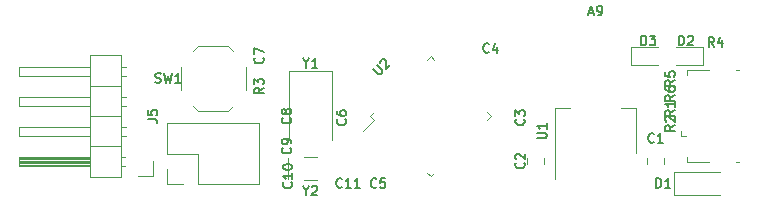
<source format=gbr>
%TF.GenerationSoftware,KiCad,Pcbnew,5.1.6+dfsg1-1*%
%TF.CreationDate,2020-06-23T10:35:08+08:00*%
%TF.ProjectId,stm32devmini,73746d33-3264-4657-966d-696e692e6b69,rev?*%
%TF.SameCoordinates,Original*%
%TF.FileFunction,Legend,Top*%
%TF.FilePolarity,Positive*%
%FSLAX46Y46*%
G04 Gerber Fmt 4.6, Leading zero omitted, Abs format (unit mm)*
G04 Created by KiCad (PCBNEW 5.1.6+dfsg1-1) date 2020-06-23 10:35:08*
%MOMM*%
%LPD*%
G01*
G04 APERTURE LIST*
%ADD10C,0.150000*%
%ADD11C,0.120000*%
G04 APERTURE END LIST*
D10*
X191198571Y-92843333D02*
X191579523Y-92843333D01*
X191122380Y-93071904D02*
X191389047Y-92271904D01*
X191655714Y-93071904D01*
X191960476Y-93071904D02*
X192112857Y-93071904D01*
X192189047Y-93033809D01*
X192227142Y-92995714D01*
X192303333Y-92881428D01*
X192341428Y-92729047D01*
X192341428Y-92424285D01*
X192303333Y-92348095D01*
X192265238Y-92310000D01*
X192189047Y-92271904D01*
X192036666Y-92271904D01*
X191960476Y-92310000D01*
X191922380Y-92348095D01*
X191884285Y-92424285D01*
X191884285Y-92614761D01*
X191922380Y-92690952D01*
X191960476Y-92729047D01*
X192036666Y-92767142D01*
X192189047Y-92767142D01*
X192265238Y-92729047D01*
X192303333Y-92690952D01*
X192341428Y-92614761D01*
D11*
%TO.C,Y2*%
X167090000Y-105095000D02*
X168190000Y-105095000D01*
X167090000Y-106995000D02*
X168190000Y-106995000D01*
X165690000Y-105145000D02*
X165690000Y-106945000D01*
%TO.C,Y1*%
X169440000Y-103665000D02*
X169440000Y-97765000D01*
X169440000Y-97765000D02*
X165840000Y-97765000D01*
X165840000Y-97765000D02*
X165840000Y-103665000D01*
%TO.C,D3*%
X197015000Y-95785000D02*
X194730000Y-95785000D01*
X194730000Y-95785000D02*
X194730000Y-97255000D01*
X194730000Y-97255000D02*
X197015000Y-97255000D01*
%TO.C,D2*%
X198590000Y-97255000D02*
X200875000Y-97255000D01*
X200875000Y-97255000D02*
X200875000Y-95785000D01*
X200875000Y-95785000D02*
X198590000Y-95785000D01*
%TO.C,SW1*%
X158135000Y-95675000D02*
X160635000Y-95675000D01*
X156635000Y-97425000D02*
X156635000Y-99425000D01*
X158135000Y-101175000D02*
X160635000Y-101175000D01*
X162135000Y-97425000D02*
X162135000Y-99425000D01*
X157685000Y-96125000D02*
X158135000Y-95675000D01*
X161085000Y-96125000D02*
X160635000Y-95675000D01*
X161085000Y-100725000D02*
X160635000Y-101175000D01*
X157685000Y-100725000D02*
X158135000Y-101175000D01*
%TO.C,U1*%
X188360000Y-106970000D02*
X188360000Y-100960000D01*
X195180000Y-104720000D02*
X195180000Y-100960000D01*
X188360000Y-100960000D02*
X189620000Y-100960000D01*
X195180000Y-100960000D02*
X193920000Y-100960000D01*
%TO.C,J5*%
X154305000Y-106680000D02*
X153035000Y-106680000D01*
X154305000Y-105410000D02*
X154305000Y-106680000D01*
X151992071Y-97410000D02*
X151595000Y-97410000D01*
X151992071Y-98170000D02*
X151595000Y-98170000D01*
X142935000Y-97410000D02*
X148935000Y-97410000D01*
X142935000Y-98170000D02*
X142935000Y-97410000D01*
X148935000Y-98170000D02*
X142935000Y-98170000D01*
X151595000Y-99060000D02*
X148935000Y-99060000D01*
X151992071Y-99950000D02*
X151595000Y-99950000D01*
X151992071Y-100710000D02*
X151595000Y-100710000D01*
X142935000Y-99950000D02*
X148935000Y-99950000D01*
X142935000Y-100710000D02*
X142935000Y-99950000D01*
X148935000Y-100710000D02*
X142935000Y-100710000D01*
X151595000Y-101600000D02*
X148935000Y-101600000D01*
X151992071Y-102490000D02*
X151595000Y-102490000D01*
X151992071Y-103250000D02*
X151595000Y-103250000D01*
X142935000Y-102490000D02*
X148935000Y-102490000D01*
X142935000Y-103250000D02*
X142935000Y-102490000D01*
X148935000Y-103250000D02*
X142935000Y-103250000D01*
X151595000Y-104140000D02*
X148935000Y-104140000D01*
X151925000Y-105030000D02*
X151595000Y-105030000D01*
X151925000Y-105790000D02*
X151595000Y-105790000D01*
X148935000Y-105130000D02*
X142935000Y-105130000D01*
X148935000Y-105250000D02*
X142935000Y-105250000D01*
X148935000Y-105370000D02*
X142935000Y-105370000D01*
X148935000Y-105490000D02*
X142935000Y-105490000D01*
X148935000Y-105610000D02*
X142935000Y-105610000D01*
X148935000Y-105730000D02*
X142935000Y-105730000D01*
X142935000Y-105030000D02*
X148935000Y-105030000D01*
X142935000Y-105790000D02*
X142935000Y-105030000D01*
X148935000Y-105790000D02*
X142935000Y-105790000D01*
X148935000Y-106740000D02*
X151595000Y-106740000D01*
X148935000Y-96460000D02*
X148935000Y-106740000D01*
X151595000Y-96460000D02*
X148935000Y-96460000D01*
X151595000Y-106740000D02*
X151595000Y-96460000D01*
%TO.C,J4*%
X155515000Y-107375000D02*
X155515000Y-106045000D01*
X156845000Y-107375000D02*
X155515000Y-107375000D01*
X155515000Y-104775000D02*
X155515000Y-102175000D01*
X158115000Y-104775000D02*
X155515000Y-104775000D01*
X158115000Y-107375000D02*
X158115000Y-104775000D01*
X155515000Y-102175000D02*
X163255000Y-102175000D01*
X158115000Y-107375000D02*
X163255000Y-107375000D01*
X163255000Y-107375000D02*
X163255000Y-102175000D01*
%TO.C,D1*%
X198410000Y-106315000D02*
X202310000Y-106315000D01*
X198410000Y-108315000D02*
X202310000Y-108315000D01*
X198410000Y-106315000D02*
X198410000Y-108315000D01*
%TO.C,C2*%
X185980000Y-105151422D02*
X185980000Y-105668578D01*
X187400000Y-105151422D02*
X187400000Y-105668578D01*
%TO.C,C1*%
X197560000Y-105668578D02*
X197560000Y-105151422D01*
X196140000Y-105668578D02*
X196140000Y-105151422D01*
%TO.C,U2*%
X173012887Y-101918198D02*
X172100719Y-102830366D01*
X172694689Y-101600000D02*
X173012887Y-101918198D01*
X173012887Y-101281802D02*
X172694689Y-101600000D01*
X177800000Y-96494689D02*
X178118198Y-96812887D01*
X177481802Y-96812887D02*
X177800000Y-96494689D01*
X177800000Y-106705311D02*
X177481802Y-106387113D01*
X178118198Y-106387113D02*
X177800000Y-106705311D01*
X182905311Y-101600000D02*
X182587113Y-101281802D01*
X182587113Y-101918198D02*
X182905311Y-101600000D01*
%TO.C,J1*%
X198982500Y-103300000D02*
X199432500Y-103300000D01*
X198982500Y-103300000D02*
X198982500Y-102850000D01*
X199532500Y-97700000D02*
X199532500Y-98150000D01*
X201382500Y-97700000D02*
X199532500Y-97700000D01*
X203932500Y-105500000D02*
X203682500Y-105500000D01*
X203932500Y-97700000D02*
X203682500Y-97700000D01*
X201382500Y-105500000D02*
X199532500Y-105500000D01*
X199532500Y-105500000D02*
X199532500Y-105050000D01*
%TO.C,C11*%
D10*
X170300714Y-107600714D02*
X170262619Y-107638809D01*
X170148333Y-107676904D01*
X170072142Y-107676904D01*
X169957857Y-107638809D01*
X169881666Y-107562619D01*
X169843571Y-107486428D01*
X169805476Y-107334047D01*
X169805476Y-107219761D01*
X169843571Y-107067380D01*
X169881666Y-106991190D01*
X169957857Y-106915000D01*
X170072142Y-106876904D01*
X170148333Y-106876904D01*
X170262619Y-106915000D01*
X170300714Y-106953095D01*
X171062619Y-107676904D02*
X170605476Y-107676904D01*
X170834047Y-107676904D02*
X170834047Y-106876904D01*
X170757857Y-106991190D01*
X170681666Y-107067380D01*
X170605476Y-107105476D01*
X171824523Y-107676904D02*
X171367380Y-107676904D01*
X171595952Y-107676904D02*
X171595952Y-106876904D01*
X171519761Y-106991190D01*
X171443571Y-107067380D01*
X171367380Y-107105476D01*
%TO.C,C10*%
X166020714Y-107194285D02*
X166058809Y-107232380D01*
X166096904Y-107346666D01*
X166096904Y-107422857D01*
X166058809Y-107537142D01*
X165982619Y-107613333D01*
X165906428Y-107651428D01*
X165754047Y-107689523D01*
X165639761Y-107689523D01*
X165487380Y-107651428D01*
X165411190Y-107613333D01*
X165335000Y-107537142D01*
X165296904Y-107422857D01*
X165296904Y-107346666D01*
X165335000Y-107232380D01*
X165373095Y-107194285D01*
X166096904Y-106432380D02*
X166096904Y-106889523D01*
X166096904Y-106660952D02*
X165296904Y-106660952D01*
X165411190Y-106737142D01*
X165487380Y-106813333D01*
X165525476Y-106889523D01*
X165296904Y-105937142D02*
X165296904Y-105860952D01*
X165335000Y-105784761D01*
X165373095Y-105746666D01*
X165449285Y-105708571D01*
X165601666Y-105670476D01*
X165792142Y-105670476D01*
X165944523Y-105708571D01*
X166020714Y-105746666D01*
X166058809Y-105784761D01*
X166096904Y-105860952D01*
X166096904Y-105937142D01*
X166058809Y-106013333D01*
X166020714Y-106051428D01*
X165944523Y-106089523D01*
X165792142Y-106127619D01*
X165601666Y-106127619D01*
X165449285Y-106089523D01*
X165373095Y-106051428D01*
X165335000Y-106013333D01*
X165296904Y-105937142D01*
%TO.C,Y2*%
X167259047Y-107930952D02*
X167259047Y-108311904D01*
X166992380Y-107511904D02*
X167259047Y-107930952D01*
X167525714Y-107511904D01*
X167754285Y-107588095D02*
X167792380Y-107550000D01*
X167868571Y-107511904D01*
X168059047Y-107511904D01*
X168135238Y-107550000D01*
X168173333Y-107588095D01*
X168211428Y-107664285D01*
X168211428Y-107740476D01*
X168173333Y-107854761D01*
X167716190Y-108311904D01*
X168211428Y-108311904D01*
%TO.C,Y1*%
X167259047Y-97135952D02*
X167259047Y-97516904D01*
X166992380Y-96716904D02*
X167259047Y-97135952D01*
X167525714Y-96716904D01*
X168211428Y-97516904D02*
X167754285Y-97516904D01*
X167982857Y-97516904D02*
X167982857Y-96716904D01*
X167906666Y-96831190D01*
X167830476Y-96907380D01*
X167754285Y-96945476D01*
%TO.C,C9*%
X165920714Y-104273333D02*
X165958809Y-104311428D01*
X165996904Y-104425714D01*
X165996904Y-104501904D01*
X165958809Y-104616190D01*
X165882619Y-104692380D01*
X165806428Y-104730476D01*
X165654047Y-104768571D01*
X165539761Y-104768571D01*
X165387380Y-104730476D01*
X165311190Y-104692380D01*
X165235000Y-104616190D01*
X165196904Y-104501904D01*
X165196904Y-104425714D01*
X165235000Y-104311428D01*
X165273095Y-104273333D01*
X165996904Y-103892380D02*
X165996904Y-103740000D01*
X165958809Y-103663809D01*
X165920714Y-103625714D01*
X165806428Y-103549523D01*
X165654047Y-103511428D01*
X165349285Y-103511428D01*
X165273095Y-103549523D01*
X165235000Y-103587619D01*
X165196904Y-103663809D01*
X165196904Y-103816190D01*
X165235000Y-103892380D01*
X165273095Y-103930476D01*
X165349285Y-103968571D01*
X165539761Y-103968571D01*
X165615952Y-103930476D01*
X165654047Y-103892380D01*
X165692142Y-103816190D01*
X165692142Y-103663809D01*
X165654047Y-103587619D01*
X165615952Y-103549523D01*
X165539761Y-103511428D01*
%TO.C,C8*%
X165920714Y-101733333D02*
X165958809Y-101771428D01*
X165996904Y-101885714D01*
X165996904Y-101961904D01*
X165958809Y-102076190D01*
X165882619Y-102152380D01*
X165806428Y-102190476D01*
X165654047Y-102228571D01*
X165539761Y-102228571D01*
X165387380Y-102190476D01*
X165311190Y-102152380D01*
X165235000Y-102076190D01*
X165196904Y-101961904D01*
X165196904Y-101885714D01*
X165235000Y-101771428D01*
X165273095Y-101733333D01*
X165539761Y-101276190D02*
X165501666Y-101352380D01*
X165463571Y-101390476D01*
X165387380Y-101428571D01*
X165349285Y-101428571D01*
X165273095Y-101390476D01*
X165235000Y-101352380D01*
X165196904Y-101276190D01*
X165196904Y-101123809D01*
X165235000Y-101047619D01*
X165273095Y-101009523D01*
X165349285Y-100971428D01*
X165387380Y-100971428D01*
X165463571Y-101009523D01*
X165501666Y-101047619D01*
X165539761Y-101123809D01*
X165539761Y-101276190D01*
X165577857Y-101352380D01*
X165615952Y-101390476D01*
X165692142Y-101428571D01*
X165844523Y-101428571D01*
X165920714Y-101390476D01*
X165958809Y-101352380D01*
X165996904Y-101276190D01*
X165996904Y-101123809D01*
X165958809Y-101047619D01*
X165920714Y-101009523D01*
X165844523Y-100971428D01*
X165692142Y-100971428D01*
X165615952Y-101009523D01*
X165577857Y-101047619D01*
X165539761Y-101123809D01*
%TO.C,R6*%
X198481904Y-99828333D02*
X198100952Y-100095000D01*
X198481904Y-100285476D02*
X197681904Y-100285476D01*
X197681904Y-99980714D01*
X197720000Y-99904523D01*
X197758095Y-99866428D01*
X197834285Y-99828333D01*
X197948571Y-99828333D01*
X198024761Y-99866428D01*
X198062857Y-99904523D01*
X198100952Y-99980714D01*
X198100952Y-100285476D01*
X197681904Y-99142619D02*
X197681904Y-99295000D01*
X197720000Y-99371190D01*
X197758095Y-99409285D01*
X197872380Y-99485476D01*
X198024761Y-99523571D01*
X198329523Y-99523571D01*
X198405714Y-99485476D01*
X198443809Y-99447380D01*
X198481904Y-99371190D01*
X198481904Y-99218809D01*
X198443809Y-99142619D01*
X198405714Y-99104523D01*
X198329523Y-99066428D01*
X198139047Y-99066428D01*
X198062857Y-99104523D01*
X198024761Y-99142619D01*
X197986666Y-99218809D01*
X197986666Y-99371190D01*
X198024761Y-99447380D01*
X198062857Y-99485476D01*
X198139047Y-99523571D01*
%TO.C,R5*%
X198481904Y-98558333D02*
X198100952Y-98825000D01*
X198481904Y-99015476D02*
X197681904Y-99015476D01*
X197681904Y-98710714D01*
X197720000Y-98634523D01*
X197758095Y-98596428D01*
X197834285Y-98558333D01*
X197948571Y-98558333D01*
X198024761Y-98596428D01*
X198062857Y-98634523D01*
X198100952Y-98710714D01*
X198100952Y-99015476D01*
X197681904Y-97834523D02*
X197681904Y-98215476D01*
X198062857Y-98253571D01*
X198024761Y-98215476D01*
X197986666Y-98139285D01*
X197986666Y-97948809D01*
X198024761Y-97872619D01*
X198062857Y-97834523D01*
X198139047Y-97796428D01*
X198329523Y-97796428D01*
X198405714Y-97834523D01*
X198443809Y-97872619D01*
X198481904Y-97948809D01*
X198481904Y-98139285D01*
X198443809Y-98215476D01*
X198405714Y-98253571D01*
%TO.C,R4*%
X201796666Y-95711904D02*
X201530000Y-95330952D01*
X201339523Y-95711904D02*
X201339523Y-94911904D01*
X201644285Y-94911904D01*
X201720476Y-94950000D01*
X201758571Y-94988095D01*
X201796666Y-95064285D01*
X201796666Y-95178571D01*
X201758571Y-95254761D01*
X201720476Y-95292857D01*
X201644285Y-95330952D01*
X201339523Y-95330952D01*
X202482380Y-95178571D02*
X202482380Y-95711904D01*
X202291904Y-94873809D02*
X202101428Y-95445238D01*
X202596666Y-95445238D01*
%TO.C,D3*%
X195624523Y-95611904D02*
X195624523Y-94811904D01*
X195815000Y-94811904D01*
X195929285Y-94850000D01*
X196005476Y-94926190D01*
X196043571Y-95002380D01*
X196081666Y-95154761D01*
X196081666Y-95269047D01*
X196043571Y-95421428D01*
X196005476Y-95497619D01*
X195929285Y-95573809D01*
X195815000Y-95611904D01*
X195624523Y-95611904D01*
X196348333Y-94811904D02*
X196843571Y-94811904D01*
X196576904Y-95116666D01*
X196691190Y-95116666D01*
X196767380Y-95154761D01*
X196805476Y-95192857D01*
X196843571Y-95269047D01*
X196843571Y-95459523D01*
X196805476Y-95535714D01*
X196767380Y-95573809D01*
X196691190Y-95611904D01*
X196462619Y-95611904D01*
X196386428Y-95573809D01*
X196348333Y-95535714D01*
%TO.C,D2*%
X198799523Y-95611904D02*
X198799523Y-94811904D01*
X198990000Y-94811904D01*
X199104285Y-94850000D01*
X199180476Y-94926190D01*
X199218571Y-95002380D01*
X199256666Y-95154761D01*
X199256666Y-95269047D01*
X199218571Y-95421428D01*
X199180476Y-95497619D01*
X199104285Y-95573809D01*
X198990000Y-95611904D01*
X198799523Y-95611904D01*
X199561428Y-94888095D02*
X199599523Y-94850000D01*
X199675714Y-94811904D01*
X199866190Y-94811904D01*
X199942380Y-94850000D01*
X199980476Y-94888095D01*
X200018571Y-94964285D01*
X200018571Y-95040476D01*
X199980476Y-95154761D01*
X199523333Y-95611904D01*
X200018571Y-95611904D01*
%TO.C,R3*%
X163656904Y-99193333D02*
X163275952Y-99460000D01*
X163656904Y-99650476D02*
X162856904Y-99650476D01*
X162856904Y-99345714D01*
X162895000Y-99269523D01*
X162933095Y-99231428D01*
X163009285Y-99193333D01*
X163123571Y-99193333D01*
X163199761Y-99231428D01*
X163237857Y-99269523D01*
X163275952Y-99345714D01*
X163275952Y-99650476D01*
X162856904Y-98926666D02*
X162856904Y-98431428D01*
X163161666Y-98698095D01*
X163161666Y-98583809D01*
X163199761Y-98507619D01*
X163237857Y-98469523D01*
X163314047Y-98431428D01*
X163504523Y-98431428D01*
X163580714Y-98469523D01*
X163618809Y-98507619D01*
X163656904Y-98583809D01*
X163656904Y-98812380D01*
X163618809Y-98888571D01*
X163580714Y-98926666D01*
%TO.C,C7*%
X163580714Y-96653333D02*
X163618809Y-96691428D01*
X163656904Y-96805714D01*
X163656904Y-96881904D01*
X163618809Y-96996190D01*
X163542619Y-97072380D01*
X163466428Y-97110476D01*
X163314047Y-97148571D01*
X163199761Y-97148571D01*
X163047380Y-97110476D01*
X162971190Y-97072380D01*
X162895000Y-96996190D01*
X162856904Y-96881904D01*
X162856904Y-96805714D01*
X162895000Y-96691428D01*
X162933095Y-96653333D01*
X162856904Y-96386666D02*
X162856904Y-95853333D01*
X163656904Y-96196190D01*
%TO.C,SW1*%
X154508333Y-98748809D02*
X154622619Y-98786904D01*
X154813095Y-98786904D01*
X154889285Y-98748809D01*
X154927380Y-98710714D01*
X154965476Y-98634523D01*
X154965476Y-98558333D01*
X154927380Y-98482142D01*
X154889285Y-98444047D01*
X154813095Y-98405952D01*
X154660714Y-98367857D01*
X154584523Y-98329761D01*
X154546428Y-98291666D01*
X154508333Y-98215476D01*
X154508333Y-98139285D01*
X154546428Y-98063095D01*
X154584523Y-98025000D01*
X154660714Y-97986904D01*
X154851190Y-97986904D01*
X154965476Y-98025000D01*
X155232142Y-97986904D02*
X155422619Y-98786904D01*
X155575000Y-98215476D01*
X155727380Y-98786904D01*
X155917857Y-97986904D01*
X156641666Y-98786904D02*
X156184523Y-98786904D01*
X156413095Y-98786904D02*
X156413095Y-97986904D01*
X156336904Y-98101190D01*
X156260714Y-98177380D01*
X156184523Y-98215476D01*
%TO.C,U1*%
X186831904Y-103479523D02*
X187479523Y-103479523D01*
X187555714Y-103441428D01*
X187593809Y-103403333D01*
X187631904Y-103327142D01*
X187631904Y-103174761D01*
X187593809Y-103098571D01*
X187555714Y-103060476D01*
X187479523Y-103022380D01*
X186831904Y-103022380D01*
X187631904Y-102222380D02*
X187631904Y-102679523D01*
X187631904Y-102450952D02*
X186831904Y-102450952D01*
X186946190Y-102527142D01*
X187022380Y-102603333D01*
X187060476Y-102679523D01*
%TO.C,R2*%
X198481904Y-102368333D02*
X198100952Y-102635000D01*
X198481904Y-102825476D02*
X197681904Y-102825476D01*
X197681904Y-102520714D01*
X197720000Y-102444523D01*
X197758095Y-102406428D01*
X197834285Y-102368333D01*
X197948571Y-102368333D01*
X198024761Y-102406428D01*
X198062857Y-102444523D01*
X198100952Y-102520714D01*
X198100952Y-102825476D01*
X197758095Y-102063571D02*
X197720000Y-102025476D01*
X197681904Y-101949285D01*
X197681904Y-101758809D01*
X197720000Y-101682619D01*
X197758095Y-101644523D01*
X197834285Y-101606428D01*
X197910476Y-101606428D01*
X198024761Y-101644523D01*
X198481904Y-102101666D01*
X198481904Y-101606428D01*
%TO.C,R1*%
X198481904Y-101098333D02*
X198100952Y-101365000D01*
X198481904Y-101555476D02*
X197681904Y-101555476D01*
X197681904Y-101250714D01*
X197720000Y-101174523D01*
X197758095Y-101136428D01*
X197834285Y-101098333D01*
X197948571Y-101098333D01*
X198024761Y-101136428D01*
X198062857Y-101174523D01*
X198100952Y-101250714D01*
X198100952Y-101555476D01*
X198481904Y-100336428D02*
X198481904Y-100793571D01*
X198481904Y-100565000D02*
X197681904Y-100565000D01*
X197796190Y-100641190D01*
X197872380Y-100717380D01*
X197910476Y-100793571D01*
%TO.C,J5*%
X153866904Y-101866666D02*
X154438333Y-101866666D01*
X154552619Y-101904761D01*
X154628809Y-101980952D01*
X154666904Y-102095238D01*
X154666904Y-102171428D01*
X153866904Y-101104761D02*
X153866904Y-101485714D01*
X154247857Y-101523809D01*
X154209761Y-101485714D01*
X154171666Y-101409523D01*
X154171666Y-101219047D01*
X154209761Y-101142857D01*
X154247857Y-101104761D01*
X154324047Y-101066666D01*
X154514523Y-101066666D01*
X154590714Y-101104761D01*
X154628809Y-101142857D01*
X154666904Y-101219047D01*
X154666904Y-101409523D01*
X154628809Y-101485714D01*
X154590714Y-101523809D01*
%TO.C,D1*%
X196894523Y-107676904D02*
X196894523Y-106876904D01*
X197085000Y-106876904D01*
X197199285Y-106915000D01*
X197275476Y-106991190D01*
X197313571Y-107067380D01*
X197351666Y-107219761D01*
X197351666Y-107334047D01*
X197313571Y-107486428D01*
X197275476Y-107562619D01*
X197199285Y-107638809D01*
X197085000Y-107676904D01*
X196894523Y-107676904D01*
X198113571Y-107676904D02*
X197656428Y-107676904D01*
X197885000Y-107676904D02*
X197885000Y-106876904D01*
X197808809Y-106991190D01*
X197732619Y-107067380D01*
X197656428Y-107105476D01*
%TO.C,C6*%
X170565714Y-101883333D02*
X170603809Y-101921428D01*
X170641904Y-102035714D01*
X170641904Y-102111904D01*
X170603809Y-102226190D01*
X170527619Y-102302380D01*
X170451428Y-102340476D01*
X170299047Y-102378571D01*
X170184761Y-102378571D01*
X170032380Y-102340476D01*
X169956190Y-102302380D01*
X169880000Y-102226190D01*
X169841904Y-102111904D01*
X169841904Y-102035714D01*
X169880000Y-101921428D01*
X169918095Y-101883333D01*
X169841904Y-101197619D02*
X169841904Y-101350000D01*
X169880000Y-101426190D01*
X169918095Y-101464285D01*
X170032380Y-101540476D01*
X170184761Y-101578571D01*
X170489523Y-101578571D01*
X170565714Y-101540476D01*
X170603809Y-101502380D01*
X170641904Y-101426190D01*
X170641904Y-101273809D01*
X170603809Y-101197619D01*
X170565714Y-101159523D01*
X170489523Y-101121428D01*
X170299047Y-101121428D01*
X170222857Y-101159523D01*
X170184761Y-101197619D01*
X170146666Y-101273809D01*
X170146666Y-101426190D01*
X170184761Y-101502380D01*
X170222857Y-101540476D01*
X170299047Y-101578571D01*
%TO.C,C5*%
X173221666Y-107600714D02*
X173183571Y-107638809D01*
X173069285Y-107676904D01*
X172993095Y-107676904D01*
X172878809Y-107638809D01*
X172802619Y-107562619D01*
X172764523Y-107486428D01*
X172726428Y-107334047D01*
X172726428Y-107219761D01*
X172764523Y-107067380D01*
X172802619Y-106991190D01*
X172878809Y-106915000D01*
X172993095Y-106876904D01*
X173069285Y-106876904D01*
X173183571Y-106915000D01*
X173221666Y-106953095D01*
X173945476Y-106876904D02*
X173564523Y-106876904D01*
X173526428Y-107257857D01*
X173564523Y-107219761D01*
X173640714Y-107181666D01*
X173831190Y-107181666D01*
X173907380Y-107219761D01*
X173945476Y-107257857D01*
X173983571Y-107334047D01*
X173983571Y-107524523D01*
X173945476Y-107600714D01*
X173907380Y-107638809D01*
X173831190Y-107676904D01*
X173640714Y-107676904D01*
X173564523Y-107638809D01*
X173526428Y-107600714D01*
%TO.C,C4*%
X182746666Y-96170714D02*
X182708571Y-96208809D01*
X182594285Y-96246904D01*
X182518095Y-96246904D01*
X182403809Y-96208809D01*
X182327619Y-96132619D01*
X182289523Y-96056428D01*
X182251428Y-95904047D01*
X182251428Y-95789761D01*
X182289523Y-95637380D01*
X182327619Y-95561190D01*
X182403809Y-95485000D01*
X182518095Y-95446904D01*
X182594285Y-95446904D01*
X182708571Y-95485000D01*
X182746666Y-95523095D01*
X183432380Y-95713571D02*
X183432380Y-96246904D01*
X183241904Y-95408809D02*
X183051428Y-95980238D01*
X183546666Y-95980238D01*
%TO.C,C3*%
X185705714Y-101883333D02*
X185743809Y-101921428D01*
X185781904Y-102035714D01*
X185781904Y-102111904D01*
X185743809Y-102226190D01*
X185667619Y-102302380D01*
X185591428Y-102340476D01*
X185439047Y-102378571D01*
X185324761Y-102378571D01*
X185172380Y-102340476D01*
X185096190Y-102302380D01*
X185020000Y-102226190D01*
X184981904Y-102111904D01*
X184981904Y-102035714D01*
X185020000Y-101921428D01*
X185058095Y-101883333D01*
X184981904Y-101616666D02*
X184981904Y-101121428D01*
X185286666Y-101388095D01*
X185286666Y-101273809D01*
X185324761Y-101197619D01*
X185362857Y-101159523D01*
X185439047Y-101121428D01*
X185629523Y-101121428D01*
X185705714Y-101159523D01*
X185743809Y-101197619D01*
X185781904Y-101273809D01*
X185781904Y-101502380D01*
X185743809Y-101578571D01*
X185705714Y-101616666D01*
%TO.C,C2*%
X185705714Y-105543333D02*
X185743809Y-105581428D01*
X185781904Y-105695714D01*
X185781904Y-105771904D01*
X185743809Y-105886190D01*
X185667619Y-105962380D01*
X185591428Y-106000476D01*
X185439047Y-106038571D01*
X185324761Y-106038571D01*
X185172380Y-106000476D01*
X185096190Y-105962380D01*
X185020000Y-105886190D01*
X184981904Y-105771904D01*
X184981904Y-105695714D01*
X185020000Y-105581428D01*
X185058095Y-105543333D01*
X185058095Y-105238571D02*
X185020000Y-105200476D01*
X184981904Y-105124285D01*
X184981904Y-104933809D01*
X185020000Y-104857619D01*
X185058095Y-104819523D01*
X185134285Y-104781428D01*
X185210476Y-104781428D01*
X185324761Y-104819523D01*
X185781904Y-105276666D01*
X185781904Y-104781428D01*
%TO.C,C1*%
X196716666Y-103790714D02*
X196678571Y-103828809D01*
X196564285Y-103866904D01*
X196488095Y-103866904D01*
X196373809Y-103828809D01*
X196297619Y-103752619D01*
X196259523Y-103676428D01*
X196221428Y-103524047D01*
X196221428Y-103409761D01*
X196259523Y-103257380D01*
X196297619Y-103181190D01*
X196373809Y-103105000D01*
X196488095Y-103066904D01*
X196564285Y-103066904D01*
X196678571Y-103105000D01*
X196716666Y-103143095D01*
X197478571Y-103866904D02*
X197021428Y-103866904D01*
X197250000Y-103866904D02*
X197250000Y-103066904D01*
X197173809Y-103181190D01*
X197097619Y-103257380D01*
X197021428Y-103295476D01*
%TO.C,U2*%
X172922646Y-97584643D02*
X173380582Y-98042579D01*
X173461394Y-98069516D01*
X173515269Y-98069516D01*
X173596081Y-98042579D01*
X173703831Y-97934829D01*
X173730768Y-97854017D01*
X173730768Y-97800142D01*
X173703831Y-97719330D01*
X173245895Y-97261394D01*
X173542206Y-97072832D02*
X173542206Y-97018957D01*
X173569144Y-96938145D01*
X173703831Y-96803458D01*
X173784643Y-96776521D01*
X173838518Y-96776521D01*
X173919330Y-96803458D01*
X173973205Y-96857333D01*
X174027079Y-96965083D01*
X174027079Y-97611580D01*
X174377266Y-97261394D01*
%TD*%
M02*

</source>
